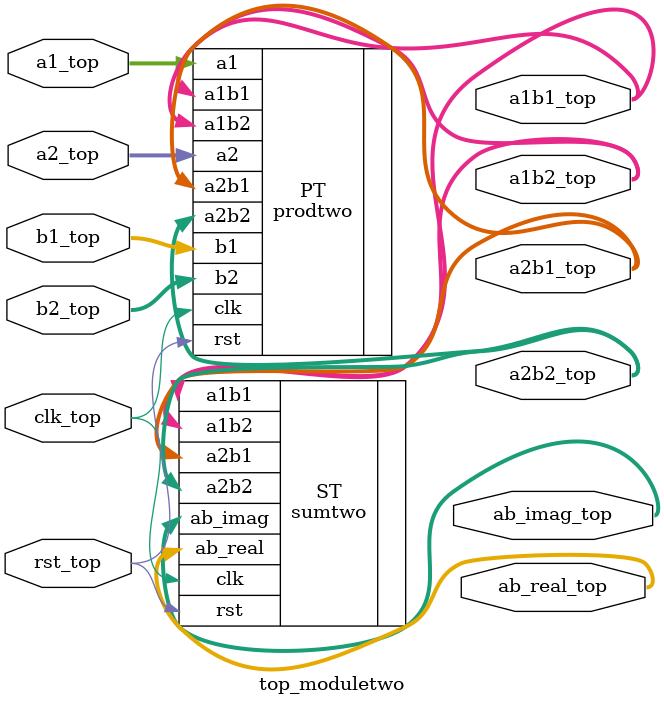
<source format=v>
module top_moduletwo(
    input clk_top, rst_top,
    input signed [4:-27] a1_top,
    input signed [4:-27] a2_top,
    input signed [4:-27] b1_top,
    input signed [4:-27] b2_top,

    output signed [9:-22] a1b1_top,
    output signed [9:-22] a2b2_top,
    output signed [9:-22] a1b2_top,
    output signed [9:-22] a2b1_top,
    output signed [10:-21] ab_real_top,
    output signed [10:-21] ab_imag_top
);


prodtwo PT(
    .clk    (clk_top), 
    .rst    (rst_top),
    .a1     (a1_top),
    .a2     (a2_top),
    .b1     (b1_top),
    .b2     (b2_top),

    .a1b1   (a1b1_top),
    .a2b2   (a2b2_top),
    .a1b2   (a1b2_top),
    .a2b1   (a2b1_top)
);

sumtwo ST(
    .clk    (clk_top), 
    .rst    (rst_top),
    .a1b1   (a1b1_top),
    .a2b2   (a2b2_top),
    .a1b2   (a1b2_top),
    .a2b1   (a2b1_top),

    .ab_real(ab_real_top),
    .ab_imag(ab_imag_top)
);

endmodule
</source>
